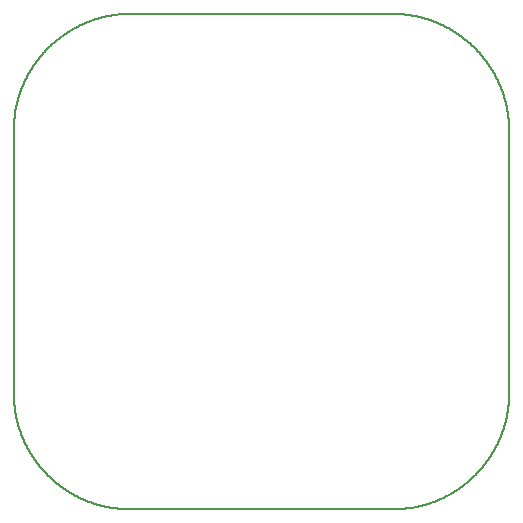
<source format=gm1>
G04 MADE WITH FRITZING*
G04 WWW.FRITZING.ORG*
G04 DOUBLE SIDED*
G04 HOLES PLATED*
G04 CONTOUR ON CENTER OF CONTOUR VECTOR*
%ASAXBY*%
%FSLAX23Y23*%
%MOIN*%
%OFA0B0*%
%SFA1.0B1.0*%
%ADD10C,0.008*%
%LNCONTOUR*%
G90*
G70*
G54D10*
X371Y1654D02*
X372Y1654D01*
X373Y1654D01*
X374Y1654D01*
X375Y1654D01*
X376Y1654D01*
X377Y1654D01*
X378Y1654D01*
X379Y1654D01*
X380Y1654D01*
X381Y1654D01*
X382Y1654D01*
X383Y1654D01*
X384Y1654D01*
X385Y1654D01*
X386Y1654D01*
X387Y1654D01*
X388Y1654D01*
X389Y1654D01*
X390Y1654D01*
X391Y1654D01*
X392Y1654D01*
X393Y1654D01*
X394Y1654D01*
X395Y1654D01*
X396Y1654D01*
X397Y1654D01*
X398Y1654D01*
X399Y1654D01*
X400Y1654D01*
X401Y1654D01*
X402Y1654D01*
X403Y1654D01*
X404Y1654D01*
X405Y1654D01*
X406Y1654D01*
X407Y1654D01*
X408Y1654D01*
X409Y1654D01*
X410Y1654D01*
X411Y1654D01*
X412Y1654D01*
X413Y1654D01*
X414Y1654D01*
X415Y1654D01*
X416Y1654D01*
X417Y1654D01*
X418Y1654D01*
X419Y1654D01*
X420Y1654D01*
X421Y1654D01*
X422Y1654D01*
X423Y1654D01*
X424Y1654D01*
X425Y1654D01*
X426Y1654D01*
X427Y1654D01*
X428Y1654D01*
X429Y1654D01*
X430Y1654D01*
X431Y1654D01*
X432Y1654D01*
X433Y1654D01*
X434Y1654D01*
X435Y1654D01*
X436Y1654D01*
X437Y1654D01*
X438Y1654D01*
X439Y1654D01*
X440Y1654D01*
X441Y1654D01*
X442Y1654D01*
X443Y1654D01*
X444Y1654D01*
X445Y1654D01*
X446Y1654D01*
X447Y1654D01*
X448Y1654D01*
X449Y1654D01*
X450Y1654D01*
X451Y1654D01*
X452Y1654D01*
X453Y1654D01*
X454Y1654D01*
X455Y1654D01*
X456Y1654D01*
X457Y1654D01*
X458Y1654D01*
X459Y1654D01*
X460Y1654D01*
X461Y1654D01*
X462Y1654D01*
X463Y1654D01*
X464Y1654D01*
X465Y1654D01*
X466Y1654D01*
X467Y1654D01*
X468Y1654D01*
X469Y1654D01*
X470Y1654D01*
X471Y1654D01*
X472Y1654D01*
X473Y1654D01*
X474Y1654D01*
X475Y1654D01*
X476Y1654D01*
X477Y1654D01*
X478Y1654D01*
X479Y1654D01*
X480Y1654D01*
X481Y1654D01*
X482Y1654D01*
X483Y1654D01*
X484Y1654D01*
X485Y1654D01*
X486Y1654D01*
X487Y1654D01*
X488Y1654D01*
X489Y1654D01*
X490Y1654D01*
X491Y1654D01*
X492Y1654D01*
X493Y1654D01*
X494Y1654D01*
X495Y1654D01*
X496Y1654D01*
X497Y1654D01*
X498Y1654D01*
X499Y1654D01*
X500Y1654D01*
X501Y1654D01*
X502Y1654D01*
X503Y1654D01*
X504Y1654D01*
X505Y1654D01*
X506Y1654D01*
X507Y1654D01*
X508Y1654D01*
X509Y1654D01*
X510Y1654D01*
X511Y1654D01*
X512Y1654D01*
X513Y1654D01*
X514Y1654D01*
X515Y1654D01*
X516Y1654D01*
X517Y1654D01*
X518Y1654D01*
X519Y1654D01*
X520Y1654D01*
X521Y1654D01*
X522Y1654D01*
X523Y1654D01*
X524Y1654D01*
X525Y1654D01*
X526Y1654D01*
X527Y1654D01*
X528Y1654D01*
X529Y1654D01*
X530Y1654D01*
X531Y1654D01*
X532Y1654D01*
X533Y1654D01*
X534Y1654D01*
X535Y1654D01*
X536Y1654D01*
X537Y1654D01*
X538Y1654D01*
X539Y1654D01*
X540Y1654D01*
X541Y1654D01*
X542Y1654D01*
X543Y1654D01*
X544Y1654D01*
X545Y1654D01*
X546Y1654D01*
X547Y1654D01*
X548Y1654D01*
X549Y1654D01*
X550Y1654D01*
X551Y1654D01*
X552Y1654D01*
X553Y1654D01*
X554Y1654D01*
X555Y1654D01*
X556Y1654D01*
X557Y1654D01*
X558Y1654D01*
X559Y1654D01*
X560Y1654D01*
X561Y1654D01*
X562Y1654D01*
X563Y1654D01*
X564Y1654D01*
X565Y1654D01*
X566Y1654D01*
X567Y1654D01*
X568Y1654D01*
X569Y1654D01*
X570Y1654D01*
X571Y1654D01*
X572Y1654D01*
X573Y1654D01*
X574Y1654D01*
X575Y1654D01*
X576Y1654D01*
X577Y1654D01*
X578Y1654D01*
X579Y1654D01*
X580Y1654D01*
X581Y1654D01*
X582Y1654D01*
X583Y1654D01*
X584Y1654D01*
X585Y1654D01*
X586Y1654D01*
X587Y1654D01*
X588Y1654D01*
X589Y1654D01*
X590Y1654D01*
X591Y1654D01*
X592Y1654D01*
X593Y1654D01*
X594Y1654D01*
X595Y1654D01*
X596Y1654D01*
X597Y1654D01*
X598Y1654D01*
X599Y1654D01*
X600Y1654D01*
X601Y1654D01*
X602Y1654D01*
X603Y1654D01*
X604Y1654D01*
X605Y1654D01*
X606Y1654D01*
X607Y1654D01*
X608Y1654D01*
X609Y1654D01*
X610Y1654D01*
X611Y1654D01*
X612Y1654D01*
X613Y1654D01*
X614Y1654D01*
X615Y1654D01*
X616Y1654D01*
X617Y1654D01*
X618Y1654D01*
X619Y1654D01*
X620Y1654D01*
X621Y1654D01*
X622Y1654D01*
X623Y1654D01*
X624Y1654D01*
X625Y1654D01*
X626Y1654D01*
X627Y1654D01*
X628Y1654D01*
X629Y1654D01*
X630Y1654D01*
X631Y1654D01*
X632Y1654D01*
X633Y1654D01*
X634Y1654D01*
X635Y1654D01*
X636Y1654D01*
X637Y1654D01*
X638Y1654D01*
X639Y1654D01*
X640Y1654D01*
X641Y1654D01*
X642Y1654D01*
X643Y1654D01*
X644Y1654D01*
X645Y1654D01*
X646Y1654D01*
X647Y1654D01*
X648Y1654D01*
X649Y1654D01*
X650Y1654D01*
X651Y1654D01*
X652Y1654D01*
X653Y1654D01*
X654Y1654D01*
X655Y1654D01*
X656Y1654D01*
X657Y1654D01*
X658Y1654D01*
X659Y1654D01*
X660Y1654D01*
X661Y1654D01*
X662Y1654D01*
X663Y1654D01*
X664Y1654D01*
X665Y1654D01*
X666Y1654D01*
X667Y1654D01*
X668Y1654D01*
X669Y1654D01*
X670Y1654D01*
X671Y1654D01*
X672Y1654D01*
X673Y1654D01*
X674Y1654D01*
X675Y1654D01*
X676Y1654D01*
X677Y1654D01*
X678Y1654D01*
X679Y1654D01*
X680Y1654D01*
X681Y1654D01*
X682Y1654D01*
X683Y1654D01*
X684Y1654D01*
X685Y1654D01*
X686Y1654D01*
X687Y1654D01*
X688Y1654D01*
X689Y1654D01*
X690Y1654D01*
X691Y1654D01*
X692Y1654D01*
X693Y1654D01*
X694Y1654D01*
X695Y1654D01*
X696Y1654D01*
X697Y1654D01*
X698Y1654D01*
X699Y1654D01*
X700Y1654D01*
X701Y1654D01*
X702Y1654D01*
X703Y1654D01*
X704Y1654D01*
X705Y1654D01*
X706Y1654D01*
X707Y1654D01*
X708Y1654D01*
X709Y1654D01*
X710Y1654D01*
X711Y1654D01*
X712Y1654D01*
X713Y1654D01*
X714Y1654D01*
X715Y1654D01*
X716Y1654D01*
X717Y1654D01*
X718Y1654D01*
X719Y1654D01*
X720Y1654D01*
X721Y1654D01*
X722Y1654D01*
X723Y1654D01*
X724Y1654D01*
X725Y1654D01*
X726Y1654D01*
X727Y1654D01*
X728Y1654D01*
X729Y1654D01*
X730Y1654D01*
X731Y1654D01*
X732Y1654D01*
X733Y1654D01*
X734Y1654D01*
X735Y1654D01*
X736Y1654D01*
X737Y1654D01*
X738Y1654D01*
X739Y1654D01*
X740Y1654D01*
X741Y1654D01*
X742Y1654D01*
X743Y1654D01*
X744Y1654D01*
X745Y1654D01*
X746Y1654D01*
X747Y1654D01*
X748Y1654D01*
X749Y1654D01*
X750Y1654D01*
X751Y1654D01*
X752Y1654D01*
X753Y1654D01*
X754Y1654D01*
X755Y1654D01*
X756Y1654D01*
X757Y1654D01*
X758Y1654D01*
X759Y1654D01*
X760Y1654D01*
X761Y1654D01*
X762Y1654D01*
X763Y1654D01*
X764Y1654D01*
X765Y1654D01*
X766Y1654D01*
X767Y1654D01*
X768Y1654D01*
X769Y1654D01*
X770Y1654D01*
X771Y1654D01*
X772Y1654D01*
X773Y1654D01*
X774Y1654D01*
X775Y1654D01*
X776Y1654D01*
X777Y1654D01*
X778Y1654D01*
X779Y1654D01*
X780Y1654D01*
X781Y1654D01*
X782Y1654D01*
X783Y1654D01*
X784Y1654D01*
X785Y1654D01*
X786Y1654D01*
X787Y1654D01*
X788Y1654D01*
X789Y1654D01*
X790Y1654D01*
X791Y1654D01*
X792Y1654D01*
X793Y1654D01*
X794Y1654D01*
X795Y1654D01*
X796Y1654D01*
X797Y1654D01*
X798Y1654D01*
X799Y1654D01*
X800Y1654D01*
X801Y1654D01*
X802Y1654D01*
X803Y1654D01*
X804Y1654D01*
X805Y1654D01*
X806Y1654D01*
X807Y1654D01*
X808Y1654D01*
X809Y1654D01*
X810Y1654D01*
X811Y1654D01*
X812Y1654D01*
X813Y1654D01*
X814Y1654D01*
X815Y1654D01*
X816Y1654D01*
X817Y1654D01*
X818Y1654D01*
X819Y1654D01*
X820Y1654D01*
X821Y1654D01*
X822Y1654D01*
X823Y1654D01*
X824Y1654D01*
X825Y1654D01*
X826Y1654D01*
X827Y1654D01*
X828Y1654D01*
X829Y1654D01*
X830Y1654D01*
X831Y1654D01*
X832Y1654D01*
X833Y1654D01*
X834Y1654D01*
X835Y1654D01*
X836Y1654D01*
X837Y1654D01*
X838Y1654D01*
X839Y1654D01*
X840Y1654D01*
X841Y1654D01*
X842Y1654D01*
X843Y1654D01*
X844Y1654D01*
X845Y1654D01*
X846Y1654D01*
X847Y1654D01*
X848Y1654D01*
X849Y1654D01*
X850Y1654D01*
X851Y1654D01*
X852Y1654D01*
X853Y1654D01*
X854Y1654D01*
X855Y1654D01*
X856Y1654D01*
X857Y1654D01*
X858Y1654D01*
X859Y1654D01*
X860Y1654D01*
X861Y1654D01*
X862Y1654D01*
X863Y1654D01*
X864Y1654D01*
X865Y1654D01*
X866Y1654D01*
X867Y1654D01*
X868Y1654D01*
X869Y1654D01*
X870Y1654D01*
X871Y1654D01*
X872Y1654D01*
X873Y1654D01*
X874Y1654D01*
X875Y1654D01*
X876Y1654D01*
X877Y1654D01*
X878Y1654D01*
X879Y1654D01*
X880Y1654D01*
X881Y1654D01*
X882Y1654D01*
X883Y1654D01*
X884Y1654D01*
X885Y1654D01*
X886Y1654D01*
X887Y1654D01*
X888Y1654D01*
X889Y1654D01*
X890Y1654D01*
X891Y1654D01*
X892Y1654D01*
X893Y1654D01*
X894Y1654D01*
X895Y1654D01*
X896Y1654D01*
X897Y1654D01*
X898Y1654D01*
X899Y1654D01*
X900Y1654D01*
X901Y1654D01*
X902Y1654D01*
X903Y1654D01*
X904Y1654D01*
X905Y1654D01*
X906Y1654D01*
X907Y1654D01*
X908Y1654D01*
X909Y1654D01*
X910Y1654D01*
X911Y1654D01*
X912Y1654D01*
X913Y1654D01*
X914Y1654D01*
X915Y1654D01*
X916Y1654D01*
X917Y1654D01*
X918Y1654D01*
X919Y1654D01*
X920Y1654D01*
X921Y1654D01*
X922Y1654D01*
X923Y1654D01*
X924Y1654D01*
X925Y1654D01*
X926Y1654D01*
X927Y1654D01*
X928Y1654D01*
X929Y1654D01*
X930Y1654D01*
X931Y1654D01*
X932Y1654D01*
X933Y1654D01*
X934Y1654D01*
X935Y1654D01*
X936Y1654D01*
X937Y1654D01*
X938Y1654D01*
X939Y1654D01*
X940Y1654D01*
X941Y1654D01*
X942Y1654D01*
X943Y1654D01*
X944Y1654D01*
X945Y1654D01*
X946Y1654D01*
X947Y1654D01*
X948Y1654D01*
X949Y1654D01*
X950Y1654D01*
X951Y1654D01*
X952Y1654D01*
X953Y1654D01*
X954Y1654D01*
X955Y1654D01*
X956Y1654D01*
X957Y1654D01*
X958Y1654D01*
X959Y1654D01*
X960Y1654D01*
X961Y1654D01*
X962Y1654D01*
X963Y1654D01*
X964Y1654D01*
X965Y1654D01*
X966Y1654D01*
X967Y1654D01*
X968Y1654D01*
X969Y1654D01*
X970Y1654D01*
X971Y1654D01*
X972Y1654D01*
X973Y1654D01*
X974Y1654D01*
X975Y1654D01*
X976Y1654D01*
X977Y1654D01*
X978Y1654D01*
X979Y1654D01*
X980Y1654D01*
X981Y1654D01*
X982Y1654D01*
X983Y1654D01*
X984Y1654D01*
X985Y1654D01*
X986Y1654D01*
X987Y1654D01*
X988Y1654D01*
X989Y1654D01*
X990Y1654D01*
X991Y1654D01*
X992Y1654D01*
X993Y1654D01*
X994Y1654D01*
X995Y1654D01*
X996Y1654D01*
X997Y1654D01*
X998Y1654D01*
X999Y1654D01*
X1000Y1654D01*
X1001Y1654D01*
X1002Y1654D01*
X1003Y1654D01*
X1004Y1654D01*
X1005Y1654D01*
X1006Y1654D01*
X1007Y1654D01*
X1008Y1654D01*
X1009Y1654D01*
X1010Y1654D01*
X1011Y1654D01*
X1012Y1654D01*
X1013Y1654D01*
X1014Y1654D01*
X1015Y1654D01*
X1016Y1654D01*
X1017Y1654D01*
X1018Y1654D01*
X1019Y1654D01*
X1020Y1654D01*
X1021Y1654D01*
X1022Y1654D01*
X1023Y1654D01*
X1024Y1654D01*
X1025Y1654D01*
X1026Y1654D01*
X1027Y1654D01*
X1028Y1654D01*
X1029Y1654D01*
X1030Y1654D01*
X1031Y1654D01*
X1032Y1654D01*
X1033Y1654D01*
X1034Y1654D01*
X1035Y1654D01*
X1036Y1654D01*
X1037Y1654D01*
X1038Y1654D01*
X1039Y1654D01*
X1040Y1654D01*
X1041Y1654D01*
X1042Y1654D01*
X1043Y1654D01*
X1044Y1654D01*
X1045Y1654D01*
X1046Y1654D01*
X1047Y1654D01*
X1048Y1654D01*
X1049Y1654D01*
X1050Y1654D01*
X1051Y1654D01*
X1052Y1654D01*
X1053Y1654D01*
X1054Y1654D01*
X1055Y1654D01*
X1056Y1654D01*
X1057Y1654D01*
X1058Y1654D01*
X1059Y1654D01*
X1060Y1654D01*
X1061Y1654D01*
X1062Y1654D01*
X1063Y1654D01*
X1064Y1654D01*
X1065Y1654D01*
X1066Y1654D01*
X1067Y1654D01*
X1068Y1654D01*
X1069Y1654D01*
X1070Y1654D01*
X1071Y1654D01*
X1072Y1654D01*
X1073Y1654D01*
X1074Y1654D01*
X1075Y1654D01*
X1076Y1654D01*
X1077Y1654D01*
X1078Y1654D01*
X1079Y1654D01*
X1080Y1654D01*
X1081Y1654D01*
X1082Y1654D01*
X1083Y1654D01*
X1084Y1654D01*
X1085Y1654D01*
X1086Y1654D01*
X1087Y1654D01*
X1088Y1654D01*
X1089Y1654D01*
X1090Y1654D01*
X1091Y1654D01*
X1092Y1654D01*
X1093Y1654D01*
X1094Y1654D01*
X1095Y1654D01*
X1096Y1654D01*
X1097Y1654D01*
X1098Y1654D01*
X1099Y1654D01*
X1100Y1654D01*
X1101Y1654D01*
X1102Y1654D01*
X1103Y1654D01*
X1104Y1654D01*
X1105Y1654D01*
X1106Y1654D01*
X1107Y1654D01*
X1108Y1654D01*
X1109Y1654D01*
X1110Y1654D01*
X1111Y1654D01*
X1112Y1654D01*
X1113Y1654D01*
X1114Y1654D01*
X1115Y1654D01*
X1116Y1654D01*
X1117Y1654D01*
X1118Y1654D01*
X1119Y1654D01*
X1120Y1654D01*
X1121Y1654D01*
X1122Y1654D01*
X1123Y1654D01*
X1124Y1654D01*
X1125Y1654D01*
X1126Y1654D01*
X1127Y1654D01*
X1128Y1654D01*
X1129Y1654D01*
X1130Y1654D01*
X1131Y1654D01*
X1132Y1654D01*
X1133Y1654D01*
X1134Y1654D01*
X1135Y1654D01*
X1136Y1654D01*
X1137Y1654D01*
X1138Y1654D01*
X1139Y1654D01*
X1140Y1654D01*
X1141Y1654D01*
X1142Y1654D01*
X1143Y1654D01*
X1144Y1654D01*
X1145Y1654D01*
X1146Y1654D01*
X1147Y1654D01*
X1148Y1654D01*
X1149Y1654D01*
X1150Y1654D01*
X1151Y1654D01*
X1152Y1654D01*
X1153Y1654D01*
X1154Y1654D01*
X1155Y1654D01*
X1156Y1654D01*
X1157Y1654D01*
X1158Y1654D01*
X1159Y1654D01*
X1160Y1654D01*
X1161Y1654D01*
X1162Y1654D01*
X1163Y1654D01*
X1164Y1654D01*
X1165Y1654D01*
X1166Y1654D01*
X1167Y1654D01*
X1168Y1654D01*
X1169Y1654D01*
X1170Y1654D01*
X1171Y1654D01*
X1172Y1654D01*
X1173Y1654D01*
X1174Y1654D01*
X1175Y1654D01*
X1176Y1654D01*
X1177Y1654D01*
X1178Y1654D01*
X1179Y1654D01*
X1180Y1654D01*
X1181Y1654D01*
X1182Y1654D01*
X1183Y1654D01*
X1184Y1654D01*
X1185Y1654D01*
X1186Y1654D01*
X1187Y1654D01*
X1188Y1654D01*
X1189Y1654D01*
X1190Y1654D01*
X1191Y1654D01*
X1192Y1654D01*
X1193Y1654D01*
X1194Y1654D01*
X1195Y1654D01*
X1196Y1654D01*
X1197Y1654D01*
X1198Y1654D01*
X1199Y1654D01*
X1200Y1654D01*
X1201Y1654D01*
X1202Y1654D01*
X1203Y1654D01*
X1204Y1654D01*
X1205Y1654D01*
X1206Y1654D01*
X1207Y1654D01*
X1208Y1654D01*
X1209Y1654D01*
X1210Y1654D01*
X1211Y1654D01*
X1212Y1654D01*
X1213Y1654D01*
X1214Y1654D01*
X1215Y1654D01*
X1216Y1654D01*
X1217Y1654D01*
X1218Y1654D01*
X1219Y1654D01*
X1220Y1654D01*
X1221Y1654D01*
X1222Y1654D01*
X1223Y1654D01*
X1224Y1654D01*
X1225Y1654D01*
X1226Y1654D01*
X1227Y1654D01*
X1228Y1654D01*
X1229Y1654D01*
X1230Y1654D01*
X1231Y1654D01*
X1232Y1654D01*
X1233Y1654D01*
X1234Y1654D01*
X1235Y1654D01*
X1236Y1654D01*
X1237Y1654D01*
X1238Y1654D01*
X1239Y1654D01*
X1240Y1654D01*
X1241Y1654D01*
X1242Y1654D01*
X1243Y1654D01*
X1244Y1654D01*
X1245Y1654D01*
X1246Y1654D01*
X1247Y1654D01*
X1248Y1654D01*
X1249Y1654D01*
X1250Y1654D01*
X1251Y1654D01*
X1252Y1654D01*
X1253Y1654D01*
X1254Y1654D01*
X1255Y1654D01*
X1256Y1654D01*
X1257Y1654D01*
X1258Y1654D01*
X1259Y1654D01*
X1260Y1654D01*
X1261Y1654D01*
X1262Y1654D01*
X1263Y1654D01*
X1264Y1654D01*
X1265Y1654D01*
X1266Y1654D01*
X1267Y1654D01*
X1268Y1654D01*
X1269Y1654D01*
X1270Y1654D01*
X1271Y1654D01*
X1272Y1654D01*
X1273Y1654D01*
X1274Y1654D01*
X1275Y1654D01*
X1276Y1654D01*
X1277Y1654D01*
X1278Y1654D01*
X1279Y1654D01*
X1280Y1654D01*
X1281Y1654D01*
X1282Y1653D01*
X1283Y1653D01*
X1284Y1653D01*
X1285Y1653D01*
X1286Y1653D01*
X1287Y1653D01*
X1288Y1653D01*
X1289Y1653D01*
X1290Y1653D01*
X1291Y1653D01*
X1292Y1653D01*
X1293Y1653D01*
X1294Y1653D01*
X1295Y1653D01*
X1296Y1652D01*
X1297Y1652D01*
X1298Y1652D01*
X1299Y1652D01*
X1300Y1652D01*
X1301Y1652D01*
X1302Y1652D01*
X1303Y1652D01*
X1304Y1652D01*
X1305Y1652D01*
X1306Y1651D01*
X1307Y1651D01*
X1308Y1651D01*
X1309Y1651D01*
X1310Y1651D01*
X1311Y1651D01*
X1312Y1651D01*
X1313Y1651D01*
X1314Y1651D01*
X1315Y1650D01*
X1316Y1650D01*
X1317Y1650D01*
X1318Y1650D01*
X1319Y1650D01*
X1320Y1650D01*
X1321Y1650D01*
X1322Y1649D01*
X1323Y1649D01*
X1324Y1649D01*
X1325Y1649D01*
X1326Y1649D01*
X1327Y1649D01*
X1328Y1648D01*
X1329Y1648D01*
X1330Y1648D01*
X1331Y1648D01*
X1332Y1648D01*
X1333Y1647D01*
X1334Y1647D01*
X1335Y1647D01*
X1336Y1647D01*
X1337Y1647D01*
X1338Y1647D01*
X1339Y1646D01*
X1340Y1646D01*
X1341Y1646D01*
X1342Y1646D01*
X1343Y1646D01*
X1344Y1645D01*
X1345Y1645D01*
X1346Y1645D01*
X1347Y1645D01*
X1348Y1644D01*
X1349Y1644D01*
X1350Y1644D01*
X1351Y1644D01*
X1352Y1643D01*
X1353Y1643D01*
X1354Y1643D01*
X1355Y1643D01*
X1356Y1643D01*
X1357Y1642D01*
X1358Y1642D01*
X1359Y1642D01*
X1360Y1642D01*
X1361Y1641D01*
X1362Y1641D01*
X1363Y1641D01*
X1364Y1640D01*
X1365Y1640D01*
X1366Y1640D01*
X1367Y1640D01*
X1368Y1639D01*
X1369Y1639D01*
X1370Y1639D01*
X1371Y1638D01*
X1372Y1638D01*
X1373Y1638D01*
X1374Y1638D01*
X1375Y1637D01*
X1376Y1637D01*
X1377Y1637D01*
X1378Y1636D01*
X1379Y1636D01*
X1380Y1636D01*
X1381Y1635D01*
X1382Y1635D01*
X1383Y1635D01*
X1384Y1634D01*
X1385Y1634D01*
X1386Y1634D01*
X1387Y1633D01*
X1388Y1633D01*
X1389Y1633D01*
X1390Y1632D01*
X1391Y1632D01*
X1392Y1632D01*
X1393Y1631D01*
X1394Y1631D01*
X1395Y1631D01*
X1396Y1630D01*
X1397Y1630D01*
X1398Y1630D01*
X1399Y1629D01*
X1400Y1629D01*
X1401Y1628D01*
X1402Y1628D01*
X1403Y1628D01*
X1404Y1627D01*
X1405Y1627D01*
X1406Y1626D01*
X1407Y1626D01*
X1408Y1626D01*
X1409Y1625D01*
X1410Y1625D01*
X1411Y1624D01*
X1412Y1624D01*
X1413Y1624D01*
X1414Y1623D01*
X1415Y1623D01*
X1416Y1622D01*
X1417Y1622D01*
X1418Y1621D01*
X1419Y1621D01*
X1420Y1620D01*
X1421Y1620D01*
X1422Y1620D01*
X1423Y1619D01*
X1424Y1619D01*
X1425Y1618D01*
X1426Y1618D01*
X1427Y1617D01*
X1428Y1617D01*
X1429Y1616D01*
X1430Y1616D01*
X1431Y1616D01*
X1432Y1615D01*
X1433Y1615D01*
X1434Y1614D01*
X1435Y1613D01*
X1436Y1613D01*
X1437Y1612D01*
X1438Y1612D01*
X1439Y1611D01*
X1440Y1611D01*
X1441Y1610D01*
X1442Y1610D01*
X1443Y1609D01*
X1444Y1609D01*
X1445Y1608D01*
X1446Y1608D01*
X1447Y1607D01*
X1448Y1607D01*
X1449Y1606D01*
X1450Y1606D01*
X1451Y1605D01*
X1452Y1605D01*
X1453Y1604D01*
X1454Y1603D01*
X1455Y1603D01*
X1456Y1602D01*
X1457Y1602D01*
X1458Y1601D01*
X1459Y1601D01*
X1460Y1600D01*
X1461Y1599D01*
X1462Y1599D01*
X1463Y1598D01*
X1464Y1598D01*
X1465Y1597D01*
X1466Y1596D01*
X1467Y1596D01*
X1468Y1595D01*
X1469Y1594D01*
X1470Y1594D01*
X1471Y1593D01*
X1472Y1593D01*
X1473Y1592D01*
X1474Y1591D01*
X1475Y1591D01*
X1476Y1590D01*
X1477Y1589D01*
X1478Y1589D01*
X1479Y1588D01*
X1480Y1587D01*
X1481Y1587D01*
X1482Y1586D01*
X1483Y1585D01*
X1484Y1585D01*
X1485Y1584D01*
X1486Y1583D01*
X1487Y1582D01*
X1488Y1582D01*
X1489Y1581D01*
X1490Y1580D01*
X1491Y1580D01*
X1492Y1579D01*
X1493Y1578D01*
X1494Y1578D01*
X1495Y1577D01*
X1496Y1576D01*
X1497Y1575D01*
X1498Y1575D01*
X1499Y1574D01*
X1500Y1573D01*
X1501Y1572D01*
X1502Y1571D01*
X1503Y1571D01*
X1504Y1570D01*
X1505Y1569D01*
X1506Y1568D01*
X1507Y1567D01*
X1508Y1567D01*
X1509Y1566D01*
X1510Y1565D01*
X1511Y1564D01*
X1512Y1563D01*
X1513Y1563D01*
X1514Y1562D01*
X1515Y1561D01*
X1516Y1560D01*
X1517Y1559D01*
X1518Y1558D01*
X1519Y1557D01*
X1520Y1556D01*
X1521Y1556D01*
X1522Y1555D01*
X1523Y1554D01*
X1524Y1553D01*
X1525Y1552D01*
X1526Y1551D01*
X1527Y1550D01*
X1528Y1549D01*
X1529Y1548D01*
X1530Y1547D01*
X1531Y1546D01*
X1532Y1545D01*
X1533Y1544D01*
X1534Y1544D01*
X1535Y1543D01*
X1536Y1542D01*
X1537Y1541D01*
X1538Y1540D01*
X1539Y1539D01*
X1540Y1538D01*
X1541Y1537D01*
X1542Y1536D01*
X1542Y1535D01*
X1543Y1534D01*
X1544Y1533D01*
X1545Y1532D01*
X1546Y1531D01*
X1547Y1530D01*
X1548Y1529D01*
X1549Y1528D01*
X1550Y1527D01*
X1551Y1526D01*
X1552Y1525D01*
X1553Y1524D01*
X1554Y1523D01*
X1554Y1522D01*
X1555Y1521D01*
X1556Y1520D01*
X1557Y1519D01*
X1558Y1518D01*
X1559Y1517D01*
X1560Y1516D01*
X1561Y1515D01*
X1561Y1514D01*
X1562Y1513D01*
X1563Y1512D01*
X1564Y1511D01*
X1565Y1510D01*
X1565Y1509D01*
X1566Y1508D01*
X1567Y1507D01*
X1568Y1506D01*
X1569Y1505D01*
X1569Y1504D01*
X1570Y1503D01*
X1571Y1502D01*
X1572Y1501D01*
X1573Y1500D01*
X1573Y1499D01*
X1574Y1498D01*
X1575Y1497D01*
X1576Y1496D01*
X1576Y1495D01*
X1577Y1494D01*
X1578Y1493D01*
X1578Y1492D01*
X1579Y1491D01*
X1580Y1490D01*
X1580Y1489D01*
X1581Y1488D01*
X1582Y1487D01*
X1583Y1486D01*
X1583Y1485D01*
X1584Y1484D01*
X1585Y1483D01*
X1585Y1482D01*
X1586Y1481D01*
X1587Y1480D01*
X1587Y1479D01*
X1588Y1478D01*
X1589Y1477D01*
X1589Y1476D01*
X1590Y1475D01*
X1591Y1474D01*
X1591Y1473D01*
X1592Y1472D01*
X1592Y1471D01*
X1593Y1470D01*
X1594Y1469D01*
X1594Y1468D01*
X1595Y1467D01*
X1596Y1466D01*
X1596Y1465D01*
X1597Y1464D01*
X1597Y1463D01*
X1598Y1462D01*
X1599Y1461D01*
X1599Y1460D01*
X1600Y1459D01*
X1600Y1458D01*
X1601Y1457D01*
X1601Y1456D01*
X1602Y1455D01*
X1603Y1454D01*
X1603Y1453D01*
X1604Y1452D01*
X1604Y1451D01*
X1605Y1450D01*
X1605Y1449D01*
X1606Y1448D01*
X1606Y1447D01*
X1607Y1446D01*
X1607Y1445D01*
X1608Y1444D01*
X1608Y1443D01*
X1609Y1442D01*
X1609Y1441D01*
X1610Y1440D01*
X1610Y1439D01*
X1611Y1438D01*
X1611Y1437D01*
X1612Y1436D01*
X1613Y1435D01*
X1613Y1434D01*
X1614Y1433D01*
X1614Y1431D01*
X1615Y1430D01*
X1615Y1429D01*
X1616Y1428D01*
X1616Y1427D01*
X1617Y1426D01*
X1617Y1425D01*
X1618Y1424D01*
X1618Y1422D01*
X1619Y1421D01*
X1619Y1420D01*
X1620Y1419D01*
X1620Y1418D01*
X1621Y1417D01*
X1621Y1416D01*
X1622Y1415D01*
X1622Y1413D01*
X1623Y1412D01*
X1623Y1411D01*
X1624Y1410D01*
X1624Y1408D01*
X1625Y1407D01*
X1625Y1406D01*
X1626Y1405D01*
X1626Y1403D01*
X1627Y1402D01*
X1627Y1401D01*
X1628Y1400D01*
X1628Y1398D01*
X1629Y1397D01*
X1629Y1395D01*
X1630Y1394D01*
X1630Y1392D01*
X1631Y1391D01*
X1631Y1389D01*
X1632Y1388D01*
X1632Y1386D01*
X1633Y1385D01*
X1633Y1383D01*
X1634Y1382D01*
X1634Y1380D01*
X1635Y1379D01*
X1635Y1377D01*
X1636Y1376D01*
X1636Y1373D01*
X1637Y1372D01*
X1637Y1370D01*
X1638Y1369D01*
X1638Y1366D01*
X1639Y1365D01*
X1639Y1363D01*
X1640Y1362D01*
X1640Y1359D01*
X1641Y1358D01*
X1641Y1354D01*
X1642Y1353D01*
X1642Y1350D01*
X1643Y1349D01*
X1643Y1346D01*
X1644Y1345D01*
X1644Y1341D01*
X1645Y1340D01*
X1645Y1335D01*
X1646Y1334D01*
X1646Y1330D01*
X1647Y1329D01*
X1647Y1324D01*
X1648Y1323D01*
X1648Y1317D01*
X1649Y1316D01*
X1649Y1308D01*
X1650Y1307D01*
X1650Y1298D01*
X1651Y1297D01*
X1651Y1284D01*
X1652Y1283D01*
X1652Y373D01*
X1651Y372D01*
X1651Y359D01*
X1650Y358D01*
X1650Y349D01*
X1649Y348D01*
X1649Y340D01*
X1648Y339D01*
X1648Y333D01*
X1647Y332D01*
X1647Y327D01*
X1646Y326D01*
X1646Y322D01*
X1645Y321D01*
X1645Y316D01*
X1644Y315D01*
X1644Y311D01*
X1643Y310D01*
X1643Y307D01*
X1642Y306D01*
X1642Y303D01*
X1641Y302D01*
X1641Y298D01*
X1640Y297D01*
X1640Y294D01*
X1639Y293D01*
X1639Y291D01*
X1638Y290D01*
X1638Y287D01*
X1637Y286D01*
X1637Y284D01*
X1636Y283D01*
X1636Y280D01*
X1635Y279D01*
X1635Y277D01*
X1634Y276D01*
X1634Y274D01*
X1633Y273D01*
X1633Y271D01*
X1632Y270D01*
X1632Y268D01*
X1631Y267D01*
X1631Y265D01*
X1630Y264D01*
X1630Y262D01*
X1629Y261D01*
X1629Y259D01*
X1628Y258D01*
X1628Y256D01*
X1627Y255D01*
X1627Y254D01*
X1626Y253D01*
X1626Y251D01*
X1625Y250D01*
X1625Y249D01*
X1624Y248D01*
X1624Y246D01*
X1623Y245D01*
X1623Y244D01*
X1622Y243D01*
X1622Y241D01*
X1621Y240D01*
X1621Y239D01*
X1620Y238D01*
X1620Y237D01*
X1619Y236D01*
X1619Y235D01*
X1618Y234D01*
X1618Y232D01*
X1617Y231D01*
X1617Y230D01*
X1616Y229D01*
X1616Y228D01*
X1615Y227D01*
X1615Y226D01*
X1614Y225D01*
X1614Y223D01*
X1613Y222D01*
X1613Y221D01*
X1612Y220D01*
X1611Y219D01*
X1611Y218D01*
X1610Y217D01*
X1610Y216D01*
X1609Y215D01*
X1609Y214D01*
X1608Y213D01*
X1608Y212D01*
X1607Y211D01*
X1607Y210D01*
X1606Y209D01*
X1606Y208D01*
X1605Y207D01*
X1605Y206D01*
X1604Y205D01*
X1604Y204D01*
X1603Y203D01*
X1603Y202D01*
X1602Y201D01*
X1601Y200D01*
X1601Y199D01*
X1600Y198D01*
X1600Y197D01*
X1599Y196D01*
X1599Y195D01*
X1598Y194D01*
X1597Y193D01*
X1597Y192D01*
X1596Y191D01*
X1596Y190D01*
X1595Y189D01*
X1594Y188D01*
X1594Y187D01*
X1593Y186D01*
X1592Y185D01*
X1592Y184D01*
X1591Y183D01*
X1591Y182D01*
X1590Y181D01*
X1589Y180D01*
X1589Y179D01*
X1588Y178D01*
X1587Y177D01*
X1587Y176D01*
X1586Y175D01*
X1585Y174D01*
X1585Y173D01*
X1584Y172D01*
X1583Y171D01*
X1583Y170D01*
X1582Y169D01*
X1581Y168D01*
X1580Y167D01*
X1580Y166D01*
X1579Y165D01*
X1578Y164D01*
X1578Y163D01*
X1577Y162D01*
X1576Y161D01*
X1576Y160D01*
X1575Y159D01*
X1574Y158D01*
X1573Y157D01*
X1573Y156D01*
X1572Y155D01*
X1571Y154D01*
X1570Y153D01*
X1569Y152D01*
X1569Y151D01*
X1568Y150D01*
X1567Y149D01*
X1566Y148D01*
X1565Y147D01*
X1565Y146D01*
X1564Y145D01*
X1563Y144D01*
X1562Y143D01*
X1561Y142D01*
X1561Y141D01*
X1560Y140D01*
X1559Y139D01*
X1558Y138D01*
X1557Y137D01*
X1556Y136D01*
X1555Y135D01*
X1554Y134D01*
X1554Y133D01*
X1553Y132D01*
X1552Y131D01*
X1551Y130D01*
X1550Y129D01*
X1549Y128D01*
X1548Y127D01*
X1547Y126D01*
X1546Y125D01*
X1545Y124D01*
X1544Y123D01*
X1543Y122D01*
X1542Y121D01*
X1542Y120D01*
X1541Y119D01*
X1540Y118D01*
X1539Y117D01*
X1538Y116D01*
X1537Y115D01*
X1536Y114D01*
X1535Y113D01*
X1534Y112D01*
X1533Y112D01*
X1532Y111D01*
X1531Y110D01*
X1530Y109D01*
X1529Y108D01*
X1528Y107D01*
X1527Y106D01*
X1526Y105D01*
X1525Y104D01*
X1524Y103D01*
X1523Y102D01*
X1522Y101D01*
X1521Y100D01*
X1520Y100D01*
X1519Y99D01*
X1518Y98D01*
X1517Y97D01*
X1516Y96D01*
X1515Y95D01*
X1514Y94D01*
X1513Y93D01*
X1512Y93D01*
X1511Y92D01*
X1510Y91D01*
X1509Y90D01*
X1508Y89D01*
X1507Y89D01*
X1506Y88D01*
X1505Y87D01*
X1504Y86D01*
X1503Y85D01*
X1502Y85D01*
X1501Y84D01*
X1500Y83D01*
X1499Y82D01*
X1498Y81D01*
X1497Y81D01*
X1496Y80D01*
X1495Y79D01*
X1494Y78D01*
X1493Y78D01*
X1492Y77D01*
X1491Y76D01*
X1490Y76D01*
X1489Y75D01*
X1488Y74D01*
X1487Y74D01*
X1486Y73D01*
X1485Y72D01*
X1484Y71D01*
X1483Y71D01*
X1482Y70D01*
X1481Y69D01*
X1480Y69D01*
X1479Y68D01*
X1478Y67D01*
X1477Y67D01*
X1476Y66D01*
X1475Y65D01*
X1474Y65D01*
X1473Y64D01*
X1472Y63D01*
X1471Y63D01*
X1470Y62D01*
X1469Y62D01*
X1468Y61D01*
X1467Y60D01*
X1466Y60D01*
X1465Y59D01*
X1464Y58D01*
X1463Y58D01*
X1462Y57D01*
X1461Y57D01*
X1460Y56D01*
X1459Y55D01*
X1458Y55D01*
X1457Y54D01*
X1456Y54D01*
X1455Y53D01*
X1454Y53D01*
X1453Y52D01*
X1452Y51D01*
X1451Y51D01*
X1450Y50D01*
X1449Y50D01*
X1448Y49D01*
X1447Y49D01*
X1446Y48D01*
X1445Y48D01*
X1444Y47D01*
X1443Y47D01*
X1442Y46D01*
X1441Y46D01*
X1440Y45D01*
X1439Y45D01*
X1438Y44D01*
X1437Y44D01*
X1436Y43D01*
X1435Y43D01*
X1434Y42D01*
X1433Y41D01*
X1432Y41D01*
X1431Y40D01*
X1430Y40D01*
X1429Y40D01*
X1428Y39D01*
X1427Y39D01*
X1426Y38D01*
X1425Y38D01*
X1424Y37D01*
X1423Y37D01*
X1422Y36D01*
X1421Y36D01*
X1420Y36D01*
X1419Y35D01*
X1418Y35D01*
X1417Y34D01*
X1416Y34D01*
X1415Y33D01*
X1414Y33D01*
X1413Y32D01*
X1412Y32D01*
X1411Y32D01*
X1410Y31D01*
X1409Y31D01*
X1408Y30D01*
X1407Y30D01*
X1406Y30D01*
X1405Y29D01*
X1404Y29D01*
X1403Y28D01*
X1402Y28D01*
X1401Y28D01*
X1400Y27D01*
X1399Y27D01*
X1398Y26D01*
X1397Y26D01*
X1396Y26D01*
X1395Y25D01*
X1394Y25D01*
X1393Y25D01*
X1392Y24D01*
X1391Y24D01*
X1390Y24D01*
X1389Y23D01*
X1388Y23D01*
X1387Y23D01*
X1386Y22D01*
X1385Y22D01*
X1384Y22D01*
X1383Y21D01*
X1382Y21D01*
X1381Y21D01*
X1380Y20D01*
X1379Y20D01*
X1378Y20D01*
X1377Y19D01*
X1376Y19D01*
X1375Y19D01*
X1374Y18D01*
X1373Y18D01*
X1372Y18D01*
X1371Y18D01*
X1370Y17D01*
X1369Y17D01*
X1368Y17D01*
X1367Y16D01*
X1366Y16D01*
X1365Y16D01*
X1364Y16D01*
X1363Y15D01*
X1362Y15D01*
X1361Y15D01*
X1360Y14D01*
X1359Y14D01*
X1358Y14D01*
X1357Y14D01*
X1356Y13D01*
X1355Y13D01*
X1354Y13D01*
X1353Y13D01*
X1352Y13D01*
X1351Y12D01*
X1350Y12D01*
X1349Y12D01*
X1348Y12D01*
X1347Y11D01*
X1346Y11D01*
X1345Y11D01*
X1344Y11D01*
X1343Y10D01*
X1342Y10D01*
X1341Y10D01*
X1340Y10D01*
X1339Y10D01*
X1338Y9D01*
X1337Y9D01*
X1336Y9D01*
X1335Y9D01*
X1334Y9D01*
X1333Y9D01*
X1332Y8D01*
X1331Y8D01*
X1330Y8D01*
X1329Y8D01*
X1328Y8D01*
X1327Y7D01*
X1326Y7D01*
X1325Y7D01*
X1324Y7D01*
X1323Y7D01*
X1322Y7D01*
X1321Y6D01*
X1320Y6D01*
X1319Y6D01*
X1318Y6D01*
X1317Y6D01*
X1316Y6D01*
X1315Y6D01*
X1314Y5D01*
X1313Y5D01*
X1312Y5D01*
X1311Y5D01*
X1310Y5D01*
X1309Y5D01*
X1308Y5D01*
X1307Y5D01*
X1306Y5D01*
X1305Y4D01*
X1304Y4D01*
X1303Y4D01*
X1302Y4D01*
X1301Y4D01*
X1300Y4D01*
X1299Y4D01*
X1298Y4D01*
X1297Y4D01*
X1296Y4D01*
X1295Y3D01*
X1294Y3D01*
X1293Y3D01*
X1292Y3D01*
X1291Y3D01*
X1290Y3D01*
X1289Y3D01*
X1288Y3D01*
X1287Y3D01*
X1286Y3D01*
X1285Y3D01*
X1284Y3D01*
X1283Y3D01*
X1282Y3D01*
X1281Y2D01*
X1280Y2D01*
X1279Y2D01*
X1278Y2D01*
X1277Y2D01*
X1276Y2D01*
X1275Y2D01*
X1274Y2D01*
X1273Y2D01*
X1272Y2D01*
X1271Y2D01*
X1270Y2D01*
X1269Y2D01*
X1268Y2D01*
X1267Y2D01*
X1266Y2D01*
X1265Y2D01*
X1264Y2D01*
X1263Y2D01*
X1262Y2D01*
X1261Y2D01*
X1260Y2D01*
X1259Y2D01*
X1258Y2D01*
X1257Y2D01*
X1256Y2D01*
X1255Y2D01*
X1254Y2D01*
X1253Y2D01*
X1252Y2D01*
X1251Y2D01*
X1250Y2D01*
X1249Y2D01*
X1248Y2D01*
X1247Y2D01*
X1246Y2D01*
X1245Y2D01*
X1244Y2D01*
X1243Y2D01*
X1242Y2D01*
X1241Y2D01*
X1240Y2D01*
X1239Y2D01*
X1238Y2D01*
X1237Y2D01*
X1236Y2D01*
X1235Y2D01*
X1234Y2D01*
X1233Y2D01*
X1232Y2D01*
X1231Y2D01*
X1230Y2D01*
X1229Y2D01*
X1228Y2D01*
X1227Y2D01*
X1226Y2D01*
X1225Y2D01*
X1224Y2D01*
X1223Y2D01*
X1222Y2D01*
X1221Y2D01*
X1220Y2D01*
X1219Y2D01*
X1218Y2D01*
X1217Y2D01*
X1216Y2D01*
X1215Y2D01*
X1214Y2D01*
X1213Y2D01*
X1212Y2D01*
X1211Y2D01*
X1210Y2D01*
X1209Y2D01*
X1208Y2D01*
X1207Y2D01*
X1206Y2D01*
X1205Y2D01*
X1204Y2D01*
X1203Y2D01*
X1202Y2D01*
X1201Y2D01*
X1200Y2D01*
X1199Y2D01*
X1198Y2D01*
X1197Y2D01*
X1196Y2D01*
X1195Y2D01*
X1194Y2D01*
X1193Y2D01*
X1192Y2D01*
X1191Y2D01*
X1190Y2D01*
X1189Y2D01*
X1188Y2D01*
X1187Y2D01*
X1186Y2D01*
X1185Y2D01*
X1184Y2D01*
X1183Y2D01*
X1182Y2D01*
X1181Y2D01*
X1180Y2D01*
X1179Y2D01*
X1178Y2D01*
X1177Y2D01*
X1176Y2D01*
X1175Y2D01*
X1174Y2D01*
X1173Y2D01*
X1172Y2D01*
X1171Y2D01*
X1170Y2D01*
X1169Y2D01*
X1168Y2D01*
X1167Y2D01*
X1166Y2D01*
X1165Y2D01*
X1164Y2D01*
X1163Y2D01*
X1162Y2D01*
X1161Y2D01*
X1160Y2D01*
X1159Y2D01*
X1158Y2D01*
X1157Y2D01*
X1156Y2D01*
X1155Y2D01*
X1154Y2D01*
X1153Y2D01*
X1152Y2D01*
X1151Y2D01*
X1150Y2D01*
X1149Y2D01*
X1148Y2D01*
X1147Y2D01*
X1146Y2D01*
X1145Y2D01*
X1144Y2D01*
X1143Y2D01*
X1142Y2D01*
X1141Y2D01*
X1140Y2D01*
X1139Y2D01*
X1138Y2D01*
X1137Y2D01*
X1136Y2D01*
X1135Y2D01*
X1134Y2D01*
X1133Y2D01*
X1132Y2D01*
X1131Y2D01*
X1130Y2D01*
X1129Y2D01*
X1128Y2D01*
X1127Y2D01*
X1126Y2D01*
X1125Y2D01*
X1124Y2D01*
X1123Y2D01*
X1122Y2D01*
X1121Y2D01*
X1120Y2D01*
X1119Y2D01*
X1118Y2D01*
X1117Y2D01*
X1116Y2D01*
X1115Y2D01*
X1114Y2D01*
X1113Y2D01*
X1112Y2D01*
X1111Y2D01*
X1110Y2D01*
X1109Y2D01*
X1108Y2D01*
X1107Y2D01*
X1106Y2D01*
X1105Y2D01*
X1104Y2D01*
X1103Y2D01*
X1102Y2D01*
X1101Y2D01*
X1100Y2D01*
X1099Y2D01*
X1098Y2D01*
X1097Y2D01*
X1096Y2D01*
X1095Y2D01*
X1094Y2D01*
X1093Y2D01*
X1092Y2D01*
X1091Y2D01*
X1090Y2D01*
X1089Y2D01*
X1088Y2D01*
X1087Y2D01*
X1086Y2D01*
X1085Y2D01*
X1084Y2D01*
X1083Y2D01*
X1082Y2D01*
X1081Y2D01*
X1080Y2D01*
X1079Y2D01*
X1078Y2D01*
X1077Y2D01*
X1076Y2D01*
X1075Y2D01*
X1074Y2D01*
X1073Y2D01*
X1072Y2D01*
X1071Y2D01*
X1070Y2D01*
X1069Y2D01*
X1068Y2D01*
X1067Y2D01*
X1066Y2D01*
X1065Y2D01*
X1064Y2D01*
X1063Y2D01*
X1062Y2D01*
X1061Y2D01*
X1060Y2D01*
X1059Y2D01*
X1058Y2D01*
X1057Y2D01*
X1056Y2D01*
X1055Y2D01*
X1054Y2D01*
X1053Y2D01*
X1052Y2D01*
X1051Y2D01*
X1050Y2D01*
X1049Y2D01*
X1048Y2D01*
X1047Y2D01*
X1046Y2D01*
X1045Y2D01*
X1044Y2D01*
X1043Y2D01*
X1042Y2D01*
X1041Y2D01*
X1040Y2D01*
X1039Y2D01*
X1038Y2D01*
X1037Y2D01*
X1036Y2D01*
X1035Y2D01*
X1034Y2D01*
X1033Y2D01*
X1032Y2D01*
X1031Y2D01*
X1030Y2D01*
X1029Y2D01*
X1028Y2D01*
X1027Y2D01*
X1026Y2D01*
X1025Y2D01*
X1024Y2D01*
X1023Y2D01*
X1022Y2D01*
X1021Y2D01*
X1020Y2D01*
X1019Y2D01*
X1018Y2D01*
X1017Y2D01*
X1016Y2D01*
X1015Y2D01*
X1014Y2D01*
X1013Y2D01*
X1012Y2D01*
X1011Y2D01*
X1010Y2D01*
X1009Y2D01*
X1008Y2D01*
X1007Y2D01*
X1006Y2D01*
X1005Y2D01*
X1004Y2D01*
X1003Y2D01*
X1002Y2D01*
X1001Y2D01*
X1000Y2D01*
X999Y2D01*
X998Y2D01*
X997Y2D01*
X996Y2D01*
X995Y2D01*
X994Y2D01*
X993Y2D01*
X992Y2D01*
X991Y2D01*
X990Y2D01*
X989Y2D01*
X988Y2D01*
X987Y2D01*
X986Y2D01*
X985Y2D01*
X984Y2D01*
X983Y2D01*
X982Y2D01*
X981Y2D01*
X980Y2D01*
X979Y2D01*
X978Y2D01*
X977Y2D01*
X976Y2D01*
X975Y2D01*
X974Y2D01*
X973Y2D01*
X972Y2D01*
X971Y2D01*
X970Y2D01*
X969Y2D01*
X968Y2D01*
X967Y2D01*
X966Y2D01*
X965Y2D01*
X964Y2D01*
X963Y2D01*
X962Y2D01*
X961Y2D01*
X960Y2D01*
X959Y2D01*
X958Y2D01*
X957Y2D01*
X956Y2D01*
X955Y2D01*
X954Y2D01*
X953Y2D01*
X952Y2D01*
X951Y2D01*
X950Y2D01*
X949Y2D01*
X948Y2D01*
X947Y2D01*
X946Y2D01*
X945Y2D01*
X944Y2D01*
X943Y2D01*
X942Y2D01*
X941Y2D01*
X940Y2D01*
X939Y2D01*
X938Y2D01*
X937Y2D01*
X936Y2D01*
X935Y2D01*
X934Y2D01*
X933Y2D01*
X932Y2D01*
X931Y2D01*
X930Y2D01*
X929Y2D01*
X928Y2D01*
X927Y2D01*
X926Y2D01*
X925Y2D01*
X924Y2D01*
X923Y2D01*
X922Y2D01*
X921Y2D01*
X920Y2D01*
X919Y2D01*
X918Y2D01*
X917Y2D01*
X916Y2D01*
X915Y2D01*
X914Y2D01*
X913Y2D01*
X912Y2D01*
X911Y2D01*
X910Y2D01*
X909Y2D01*
X908Y2D01*
X907Y2D01*
X906Y2D01*
X905Y2D01*
X904Y2D01*
X903Y2D01*
X902Y2D01*
X901Y2D01*
X900Y2D01*
X899Y2D01*
X898Y2D01*
X897Y2D01*
X896Y2D01*
X895Y2D01*
X894Y2D01*
X893Y2D01*
X892Y2D01*
X891Y2D01*
X890Y2D01*
X889Y2D01*
X888Y2D01*
X887Y2D01*
X886Y2D01*
X885Y2D01*
X884Y2D01*
X883Y2D01*
X882Y2D01*
X881Y2D01*
X880Y2D01*
X879Y2D01*
X878Y2D01*
X877Y2D01*
X876Y2D01*
X875Y2D01*
X874Y2D01*
X873Y2D01*
X872Y2D01*
X871Y2D01*
X870Y2D01*
X869Y2D01*
X868Y2D01*
X867Y2D01*
X866Y2D01*
X865Y2D01*
X864Y2D01*
X863Y2D01*
X862Y2D01*
X861Y2D01*
X860Y2D01*
X859Y2D01*
X858Y2D01*
X857Y2D01*
X856Y2D01*
X855Y2D01*
X854Y2D01*
X853Y2D01*
X852Y2D01*
X851Y2D01*
X850Y2D01*
X849Y2D01*
X848Y2D01*
X847Y2D01*
X846Y2D01*
X845Y2D01*
X844Y2D01*
X843Y2D01*
X842Y2D01*
X841Y2D01*
X840Y2D01*
X839Y2D01*
X838Y2D01*
X837Y2D01*
X836Y2D01*
X835Y2D01*
X834Y2D01*
X833Y2D01*
X832Y2D01*
X831Y2D01*
X830Y2D01*
X829Y2D01*
X828Y2D01*
X827Y2D01*
X826Y2D01*
X825Y2D01*
X824Y2D01*
X823Y2D01*
X822Y2D01*
X821Y2D01*
X820Y2D01*
X819Y2D01*
X818Y2D01*
X817Y2D01*
X816Y2D01*
X815Y2D01*
X814Y2D01*
X813Y2D01*
X812Y2D01*
X811Y2D01*
X810Y2D01*
X809Y2D01*
X808Y2D01*
X807Y2D01*
X806Y2D01*
X805Y2D01*
X804Y2D01*
X803Y2D01*
X802Y2D01*
X801Y2D01*
X800Y2D01*
X799Y2D01*
X798Y2D01*
X797Y2D01*
X796Y2D01*
X795Y2D01*
X794Y2D01*
X793Y2D01*
X792Y2D01*
X791Y2D01*
X790Y2D01*
X789Y2D01*
X788Y2D01*
X787Y2D01*
X786Y2D01*
X785Y2D01*
X784Y2D01*
X783Y2D01*
X782Y2D01*
X781Y2D01*
X780Y2D01*
X779Y2D01*
X778Y2D01*
X777Y2D01*
X776Y2D01*
X775Y2D01*
X774Y2D01*
X773Y2D01*
X772Y2D01*
X771Y2D01*
X770Y2D01*
X769Y2D01*
X768Y2D01*
X767Y2D01*
X766Y2D01*
X765Y2D01*
X764Y2D01*
X763Y2D01*
X762Y2D01*
X761Y2D01*
X760Y2D01*
X759Y2D01*
X758Y2D01*
X757Y2D01*
X756Y2D01*
X755Y2D01*
X754Y2D01*
X753Y2D01*
X752Y2D01*
X751Y2D01*
X750Y2D01*
X749Y2D01*
X748Y2D01*
X747Y2D01*
X746Y2D01*
X745Y2D01*
X744Y2D01*
X743Y2D01*
X742Y2D01*
X741Y2D01*
X740Y2D01*
X739Y2D01*
X738Y2D01*
X737Y2D01*
X736Y2D01*
X735Y2D01*
X734Y2D01*
X733Y2D01*
X732Y2D01*
X731Y2D01*
X730Y2D01*
X729Y2D01*
X728Y2D01*
X727Y2D01*
X726Y2D01*
X725Y2D01*
X724Y2D01*
X723Y2D01*
X722Y2D01*
X721Y2D01*
X720Y2D01*
X719Y2D01*
X718Y2D01*
X717Y2D01*
X716Y2D01*
X715Y2D01*
X714Y2D01*
X713Y2D01*
X712Y2D01*
X711Y2D01*
X710Y2D01*
X709Y2D01*
X708Y2D01*
X707Y2D01*
X706Y2D01*
X705Y2D01*
X704Y2D01*
X703Y2D01*
X702Y2D01*
X701Y2D01*
X700Y2D01*
X699Y2D01*
X698Y2D01*
X697Y2D01*
X696Y2D01*
X695Y2D01*
X694Y2D01*
X693Y2D01*
X692Y2D01*
X691Y2D01*
X690Y2D01*
X689Y2D01*
X688Y2D01*
X687Y2D01*
X686Y2D01*
X685Y2D01*
X684Y2D01*
X683Y2D01*
X682Y2D01*
X681Y2D01*
X680Y2D01*
X679Y2D01*
X678Y2D01*
X677Y2D01*
X676Y2D01*
X675Y2D01*
X674Y2D01*
X673Y2D01*
X672Y2D01*
X671Y2D01*
X670Y2D01*
X669Y2D01*
X668Y2D01*
X667Y2D01*
X666Y2D01*
X665Y2D01*
X664Y2D01*
X663Y2D01*
X662Y2D01*
X661Y2D01*
X660Y2D01*
X659Y2D01*
X658Y2D01*
X657Y2D01*
X656Y2D01*
X655Y2D01*
X654Y2D01*
X653Y2D01*
X652Y2D01*
X651Y2D01*
X650Y2D01*
X649Y2D01*
X648Y2D01*
X647Y2D01*
X646Y2D01*
X645Y2D01*
X644Y2D01*
X643Y2D01*
X642Y2D01*
X641Y2D01*
X640Y2D01*
X639Y2D01*
X638Y2D01*
X637Y2D01*
X636Y2D01*
X635Y2D01*
X634Y2D01*
X633Y2D01*
X632Y2D01*
X631Y2D01*
X630Y2D01*
X629Y2D01*
X628Y2D01*
X627Y2D01*
X626Y2D01*
X625Y2D01*
X624Y2D01*
X623Y2D01*
X622Y2D01*
X621Y2D01*
X620Y2D01*
X619Y2D01*
X618Y2D01*
X617Y2D01*
X616Y2D01*
X615Y2D01*
X614Y2D01*
X613Y2D01*
X612Y2D01*
X611Y2D01*
X610Y2D01*
X609Y2D01*
X608Y2D01*
X607Y2D01*
X606Y2D01*
X605Y2D01*
X604Y2D01*
X603Y2D01*
X602Y2D01*
X601Y2D01*
X600Y2D01*
X599Y2D01*
X598Y2D01*
X597Y2D01*
X596Y2D01*
X595Y2D01*
X594Y2D01*
X593Y2D01*
X592Y2D01*
X591Y2D01*
X590Y2D01*
X589Y2D01*
X588Y2D01*
X587Y2D01*
X586Y2D01*
X585Y2D01*
X584Y2D01*
X583Y2D01*
X582Y2D01*
X581Y2D01*
X580Y2D01*
X579Y2D01*
X578Y2D01*
X577Y2D01*
X576Y2D01*
X575Y2D01*
X574Y2D01*
X573Y2D01*
X572Y2D01*
X571Y2D01*
X570Y2D01*
X569Y2D01*
X568Y2D01*
X567Y2D01*
X566Y2D01*
X565Y2D01*
X564Y2D01*
X563Y2D01*
X562Y2D01*
X561Y2D01*
X560Y2D01*
X559Y2D01*
X558Y2D01*
X557Y2D01*
X556Y2D01*
X555Y2D01*
X554Y2D01*
X553Y2D01*
X552Y2D01*
X551Y2D01*
X550Y2D01*
X549Y2D01*
X548Y2D01*
X547Y2D01*
X546Y2D01*
X545Y2D01*
X544Y2D01*
X543Y2D01*
X542Y2D01*
X541Y2D01*
X540Y2D01*
X539Y2D01*
X538Y2D01*
X537Y2D01*
X536Y2D01*
X535Y2D01*
X534Y2D01*
X533Y2D01*
X532Y2D01*
X531Y2D01*
X530Y2D01*
X529Y2D01*
X528Y2D01*
X527Y2D01*
X526Y2D01*
X525Y2D01*
X524Y2D01*
X523Y2D01*
X522Y2D01*
X521Y2D01*
X520Y2D01*
X519Y2D01*
X518Y2D01*
X517Y2D01*
X516Y2D01*
X515Y2D01*
X514Y2D01*
X513Y2D01*
X512Y2D01*
X511Y2D01*
X510Y2D01*
X509Y2D01*
X508Y2D01*
X507Y2D01*
X506Y2D01*
X505Y2D01*
X504Y2D01*
X503Y2D01*
X502Y2D01*
X501Y2D01*
X500Y2D01*
X499Y2D01*
X498Y2D01*
X497Y2D01*
X496Y2D01*
X495Y2D01*
X494Y2D01*
X493Y2D01*
X492Y2D01*
X491Y2D01*
X490Y2D01*
X489Y2D01*
X488Y2D01*
X487Y2D01*
X486Y2D01*
X485Y2D01*
X484Y2D01*
X483Y2D01*
X482Y2D01*
X481Y2D01*
X480Y2D01*
X479Y2D01*
X478Y2D01*
X477Y2D01*
X476Y2D01*
X475Y2D01*
X474Y2D01*
X473Y2D01*
X472Y2D01*
X471Y2D01*
X470Y2D01*
X469Y2D01*
X468Y2D01*
X467Y2D01*
X466Y2D01*
X465Y2D01*
X464Y2D01*
X463Y2D01*
X462Y2D01*
X461Y2D01*
X460Y2D01*
X459Y2D01*
X458Y2D01*
X457Y2D01*
X456Y2D01*
X455Y2D01*
X454Y2D01*
X453Y2D01*
X452Y2D01*
X451Y2D01*
X450Y2D01*
X449Y2D01*
X448Y2D01*
X447Y2D01*
X446Y2D01*
X445Y2D01*
X444Y2D01*
X443Y2D01*
X442Y2D01*
X441Y2D01*
X440Y2D01*
X439Y2D01*
X438Y2D01*
X437Y2D01*
X436Y2D01*
X435Y2D01*
X434Y2D01*
X433Y2D01*
X432Y2D01*
X431Y2D01*
X430Y2D01*
X429Y2D01*
X428Y2D01*
X427Y2D01*
X426Y2D01*
X425Y2D01*
X424Y2D01*
X423Y2D01*
X422Y2D01*
X421Y2D01*
X420Y2D01*
X419Y2D01*
X418Y2D01*
X417Y2D01*
X416Y2D01*
X415Y2D01*
X414Y2D01*
X413Y2D01*
X412Y2D01*
X411Y2D01*
X410Y2D01*
X409Y2D01*
X408Y2D01*
X407Y2D01*
X406Y2D01*
X405Y2D01*
X404Y2D01*
X403Y2D01*
X402Y2D01*
X401Y2D01*
X400Y2D01*
X399Y2D01*
X398Y2D01*
X397Y2D01*
X396Y2D01*
X395Y2D01*
X394Y2D01*
X393Y2D01*
X392Y2D01*
X391Y2D01*
X390Y2D01*
X389Y2D01*
X388Y2D01*
X387Y2D01*
X386Y2D01*
X385Y2D01*
X384Y2D01*
X383Y2D01*
X382Y2D01*
X381Y2D01*
X380Y2D01*
X379Y2D01*
X378Y2D01*
X377Y2D01*
X376Y2D01*
X375Y2D01*
X374Y2D01*
X373Y2D01*
X372Y2D01*
X371Y2D01*
X370Y3D01*
X369Y3D01*
X368Y3D01*
X367Y3D01*
X366Y3D01*
X365Y3D01*
X364Y3D01*
X363Y3D01*
X362Y3D01*
X361Y3D01*
X360Y3D01*
X359Y3D01*
X358Y3D01*
X357Y3D01*
X356Y4D01*
X355Y4D01*
X354Y4D01*
X353Y4D01*
X352Y4D01*
X351Y4D01*
X350Y4D01*
X349Y4D01*
X348Y4D01*
X347Y4D01*
X346Y5D01*
X345Y5D01*
X344Y5D01*
X343Y5D01*
X342Y5D01*
X341Y5D01*
X340Y5D01*
X339Y5D01*
X338Y5D01*
X337Y6D01*
X336Y6D01*
X335Y6D01*
X334Y6D01*
X333Y6D01*
X332Y6D01*
X331Y6D01*
X330Y7D01*
X329Y7D01*
X328Y7D01*
X327Y7D01*
X326Y7D01*
X325Y7D01*
X324Y8D01*
X323Y8D01*
X322Y8D01*
X321Y8D01*
X320Y8D01*
X319Y9D01*
X318Y9D01*
X317Y9D01*
X316Y9D01*
X315Y9D01*
X314Y9D01*
X313Y10D01*
X312Y10D01*
X311Y10D01*
X310Y10D01*
X309Y10D01*
X308Y11D01*
X307Y11D01*
X306Y11D01*
X305Y11D01*
X304Y12D01*
X303Y12D01*
X302Y12D01*
X301Y12D01*
X300Y13D01*
X299Y13D01*
X298Y13D01*
X297Y13D01*
X296Y13D01*
X295Y14D01*
X294Y14D01*
X293Y14D01*
X292Y14D01*
X291Y15D01*
X290Y15D01*
X289Y15D01*
X288Y16D01*
X287Y16D01*
X286Y16D01*
X285Y16D01*
X284Y17D01*
X283Y17D01*
X282Y17D01*
X281Y18D01*
X280Y18D01*
X279Y18D01*
X278Y18D01*
X277Y19D01*
X276Y19D01*
X275Y19D01*
X274Y20D01*
X273Y20D01*
X272Y20D01*
X271Y21D01*
X270Y21D01*
X269Y21D01*
X268Y22D01*
X267Y22D01*
X266Y22D01*
X265Y23D01*
X264Y23D01*
X263Y23D01*
X262Y24D01*
X261Y24D01*
X260Y24D01*
X259Y25D01*
X258Y25D01*
X257Y25D01*
X256Y26D01*
X255Y26D01*
X254Y26D01*
X253Y27D01*
X252Y27D01*
X251Y28D01*
X250Y28D01*
X249Y28D01*
X248Y29D01*
X247Y29D01*
X246Y30D01*
X245Y30D01*
X244Y30D01*
X243Y31D01*
X242Y31D01*
X241Y32D01*
X240Y32D01*
X239Y32D01*
X238Y33D01*
X237Y33D01*
X236Y34D01*
X235Y34D01*
X234Y35D01*
X233Y35D01*
X232Y36D01*
X231Y36D01*
X230Y36D01*
X229Y37D01*
X228Y37D01*
X227Y38D01*
X226Y38D01*
X225Y39D01*
X224Y39D01*
X223Y40D01*
X222Y40D01*
X221Y40D01*
X220Y41D01*
X219Y41D01*
X218Y42D01*
X217Y43D01*
X216Y43D01*
X215Y44D01*
X214Y44D01*
X213Y45D01*
X212Y45D01*
X211Y46D01*
X210Y46D01*
X209Y47D01*
X208Y47D01*
X207Y48D01*
X206Y48D01*
X205Y49D01*
X204Y49D01*
X203Y50D01*
X202Y50D01*
X201Y51D01*
X200Y51D01*
X199Y52D01*
X198Y53D01*
X197Y53D01*
X196Y54D01*
X195Y54D01*
X194Y55D01*
X193Y55D01*
X192Y56D01*
X191Y57D01*
X190Y57D01*
X189Y58D01*
X188Y58D01*
X187Y59D01*
X186Y60D01*
X185Y60D01*
X184Y61D01*
X183Y62D01*
X182Y62D01*
X181Y63D01*
X180Y63D01*
X179Y64D01*
X178Y65D01*
X177Y65D01*
X176Y66D01*
X175Y67D01*
X174Y67D01*
X173Y68D01*
X172Y69D01*
X171Y69D01*
X170Y70D01*
X169Y71D01*
X168Y71D01*
X167Y72D01*
X166Y73D01*
X165Y74D01*
X164Y74D01*
X163Y75D01*
X162Y76D01*
X161Y76D01*
X160Y77D01*
X159Y78D01*
X158Y78D01*
X157Y79D01*
X156Y80D01*
X155Y81D01*
X154Y81D01*
X153Y82D01*
X152Y83D01*
X151Y84D01*
X150Y85D01*
X149Y85D01*
X148Y86D01*
X147Y87D01*
X146Y88D01*
X145Y89D01*
X144Y89D01*
X143Y90D01*
X142Y91D01*
X141Y92D01*
X140Y93D01*
X139Y93D01*
X138Y94D01*
X137Y95D01*
X136Y96D01*
X135Y97D01*
X134Y98D01*
X133Y99D01*
X132Y100D01*
X131Y100D01*
X130Y101D01*
X129Y102D01*
X128Y103D01*
X127Y104D01*
X126Y105D01*
X125Y106D01*
X124Y107D01*
X123Y108D01*
X122Y109D01*
X121Y110D01*
X120Y111D01*
X119Y112D01*
X118Y112D01*
X117Y113D01*
X116Y114D01*
X115Y115D01*
X114Y116D01*
X113Y117D01*
X112Y118D01*
X111Y119D01*
X110Y120D01*
X110Y121D01*
X109Y122D01*
X108Y123D01*
X107Y124D01*
X106Y125D01*
X105Y126D01*
X104Y127D01*
X103Y128D01*
X102Y129D01*
X101Y130D01*
X100Y131D01*
X99Y132D01*
X98Y133D01*
X98Y134D01*
X97Y135D01*
X96Y136D01*
X95Y137D01*
X94Y138D01*
X93Y139D01*
X92Y140D01*
X91Y141D01*
X91Y142D01*
X90Y143D01*
X89Y144D01*
X88Y145D01*
X87Y146D01*
X87Y147D01*
X86Y148D01*
X85Y149D01*
X84Y150D01*
X83Y151D01*
X83Y152D01*
X82Y153D01*
X81Y154D01*
X80Y155D01*
X79Y156D01*
X79Y157D01*
X78Y158D01*
X77Y159D01*
X76Y160D01*
X76Y161D01*
X75Y162D01*
X74Y163D01*
X74Y164D01*
X73Y165D01*
X72Y166D01*
X72Y167D01*
X71Y168D01*
X70Y169D01*
X69Y170D01*
X69Y171D01*
X68Y172D01*
X67Y173D01*
X67Y174D01*
X66Y175D01*
X65Y176D01*
X65Y177D01*
X64Y178D01*
X63Y179D01*
X63Y180D01*
X62Y181D01*
X61Y182D01*
X61Y183D01*
X60Y184D01*
X60Y185D01*
X59Y186D01*
X58Y187D01*
X58Y188D01*
X57Y189D01*
X56Y190D01*
X56Y191D01*
X55Y192D01*
X55Y193D01*
X54Y194D01*
X53Y195D01*
X53Y196D01*
X52Y197D01*
X52Y198D01*
X51Y199D01*
X51Y200D01*
X50Y201D01*
X49Y202D01*
X49Y203D01*
X48Y204D01*
X48Y205D01*
X47Y206D01*
X47Y207D01*
X46Y208D01*
X46Y209D01*
X45Y210D01*
X45Y211D01*
X44Y212D01*
X44Y213D01*
X43Y214D01*
X43Y215D01*
X42Y216D01*
X42Y217D01*
X41Y218D01*
X41Y219D01*
X40Y220D01*
X39Y221D01*
X39Y222D01*
X38Y223D01*
X38Y225D01*
X37Y226D01*
X37Y227D01*
X36Y228D01*
X36Y229D01*
X35Y230D01*
X35Y231D01*
X34Y232D01*
X34Y233D01*
X33Y234D01*
X33Y236D01*
X32Y237D01*
X32Y238D01*
X31Y239D01*
X31Y240D01*
X30Y241D01*
X30Y243D01*
X29Y244D01*
X29Y245D01*
X28Y246D01*
X28Y248D01*
X27Y249D01*
X27Y250D01*
X26Y251D01*
X26Y253D01*
X25Y254D01*
X25Y255D01*
X24Y256D01*
X24Y258D01*
X23Y259D01*
X23Y261D01*
X22Y262D01*
X22Y264D01*
X21Y265D01*
X21Y267D01*
X20Y268D01*
X20Y270D01*
X19Y271D01*
X19Y273D01*
X18Y274D01*
X18Y276D01*
X17Y277D01*
X17Y279D01*
X16Y280D01*
X16Y283D01*
X15Y284D01*
X15Y286D01*
X14Y287D01*
X14Y290D01*
X13Y291D01*
X13Y293D01*
X12Y294D01*
X12Y297D01*
X11Y298D01*
X11Y302D01*
X10Y303D01*
X10Y306D01*
X9Y307D01*
X9Y310D01*
X8Y311D01*
X8Y315D01*
X7Y316D01*
X7Y321D01*
X6Y322D01*
X6Y326D01*
X5Y327D01*
X5Y332D01*
X4Y333D01*
X4Y339D01*
X3Y340D01*
X3Y348D01*
X2Y349D01*
X2Y358D01*
X1Y359D01*
X1Y372D01*
X0Y373D01*
X0Y1283D01*
X1Y1284D01*
X1Y1297D01*
X2Y1298D01*
X2Y1307D01*
X3Y1308D01*
X3Y1316D01*
X4Y1317D01*
X4Y1323D01*
X5Y1324D01*
X5Y1329D01*
X6Y1330D01*
X6Y1334D01*
X7Y1335D01*
X7Y1340D01*
X8Y1341D01*
X8Y1345D01*
X9Y1346D01*
X9Y1349D01*
X10Y1350D01*
X10Y1353D01*
X11Y1354D01*
X11Y1358D01*
X12Y1359D01*
X12Y1362D01*
X13Y1363D01*
X13Y1365D01*
X14Y1366D01*
X14Y1369D01*
X15Y1370D01*
X15Y1372D01*
X16Y1373D01*
X16Y1376D01*
X17Y1377D01*
X17Y1379D01*
X18Y1380D01*
X18Y1382D01*
X19Y1383D01*
X19Y1385D01*
X20Y1386D01*
X20Y1388D01*
X21Y1389D01*
X21Y1391D01*
X22Y1392D01*
X22Y1394D01*
X23Y1395D01*
X23Y1397D01*
X24Y1398D01*
X24Y1400D01*
X25Y1401D01*
X25Y1402D01*
X26Y1403D01*
X26Y1405D01*
X27Y1406D01*
X27Y1407D01*
X28Y1408D01*
X28Y1410D01*
X29Y1411D01*
X29Y1412D01*
X30Y1413D01*
X30Y1415D01*
X31Y1416D01*
X31Y1417D01*
X32Y1418D01*
X32Y1419D01*
X33Y1420D01*
X33Y1422D01*
X34Y1423D01*
X34Y1424D01*
X35Y1425D01*
X35Y1426D01*
X36Y1427D01*
X36Y1428D01*
X37Y1429D01*
X37Y1430D01*
X38Y1431D01*
X38Y1433D01*
X39Y1434D01*
X39Y1435D01*
X40Y1436D01*
X41Y1437D01*
X41Y1438D01*
X42Y1439D01*
X42Y1440D01*
X43Y1441D01*
X43Y1442D01*
X44Y1443D01*
X44Y1444D01*
X45Y1445D01*
X45Y1446D01*
X46Y1447D01*
X46Y1448D01*
X47Y1449D01*
X47Y1450D01*
X48Y1451D01*
X48Y1452D01*
X49Y1453D01*
X49Y1454D01*
X50Y1455D01*
X51Y1456D01*
X51Y1457D01*
X52Y1458D01*
X52Y1459D01*
X53Y1460D01*
X53Y1461D01*
X54Y1462D01*
X55Y1463D01*
X55Y1464D01*
X56Y1465D01*
X56Y1466D01*
X57Y1467D01*
X58Y1468D01*
X58Y1469D01*
X59Y1470D01*
X60Y1471D01*
X60Y1472D01*
X61Y1473D01*
X61Y1474D01*
X62Y1475D01*
X63Y1476D01*
X63Y1477D01*
X64Y1478D01*
X65Y1479D01*
X65Y1480D01*
X66Y1481D01*
X67Y1482D01*
X67Y1483D01*
X68Y1484D01*
X69Y1485D01*
X69Y1486D01*
X70Y1487D01*
X71Y1488D01*
X72Y1489D01*
X72Y1490D01*
X73Y1491D01*
X74Y1492D01*
X74Y1493D01*
X75Y1494D01*
X76Y1495D01*
X76Y1496D01*
X77Y1497D01*
X78Y1498D01*
X79Y1499D01*
X79Y1500D01*
X80Y1501D01*
X81Y1502D01*
X82Y1503D01*
X83Y1504D01*
X83Y1505D01*
X84Y1506D01*
X85Y1507D01*
X86Y1508D01*
X87Y1509D01*
X87Y1510D01*
X88Y1511D01*
X89Y1512D01*
X90Y1513D01*
X91Y1514D01*
X91Y1515D01*
X92Y1516D01*
X93Y1517D01*
X94Y1518D01*
X95Y1519D01*
X96Y1520D01*
X97Y1521D01*
X98Y1522D01*
X98Y1523D01*
X99Y1524D01*
X100Y1525D01*
X101Y1526D01*
X102Y1527D01*
X103Y1528D01*
X104Y1529D01*
X105Y1530D01*
X106Y1531D01*
X107Y1532D01*
X108Y1533D01*
X109Y1534D01*
X110Y1535D01*
X110Y1536D01*
X111Y1537D01*
X112Y1538D01*
X113Y1539D01*
X114Y1540D01*
X115Y1541D01*
X116Y1542D01*
X117Y1543D01*
X118Y1544D01*
X119Y1544D01*
X120Y1545D01*
X121Y1546D01*
X122Y1547D01*
X123Y1548D01*
X124Y1549D01*
X125Y1550D01*
X126Y1551D01*
X127Y1552D01*
X128Y1553D01*
X129Y1554D01*
X130Y1555D01*
X131Y1556D01*
X132Y1556D01*
X133Y1557D01*
X134Y1558D01*
X135Y1559D01*
X136Y1560D01*
X137Y1561D01*
X138Y1562D01*
X139Y1563D01*
X140Y1563D01*
X141Y1564D01*
X142Y1565D01*
X143Y1566D01*
X144Y1567D01*
X145Y1567D01*
X146Y1568D01*
X147Y1569D01*
X148Y1570D01*
X149Y1571D01*
X150Y1571D01*
X151Y1572D01*
X152Y1573D01*
X153Y1574D01*
X154Y1575D01*
X155Y1575D01*
X156Y1576D01*
X157Y1577D01*
X158Y1578D01*
X159Y1578D01*
X160Y1579D01*
X161Y1580D01*
X162Y1580D01*
X163Y1581D01*
X164Y1582D01*
X165Y1582D01*
X166Y1583D01*
X167Y1584D01*
X168Y1585D01*
X169Y1585D01*
X170Y1586D01*
X171Y1587D01*
X172Y1587D01*
X173Y1588D01*
X174Y1589D01*
X175Y1589D01*
X176Y1590D01*
X177Y1591D01*
X178Y1591D01*
X179Y1592D01*
X180Y1593D01*
X181Y1593D01*
X182Y1594D01*
X183Y1594D01*
X184Y1595D01*
X185Y1596D01*
X186Y1596D01*
X187Y1597D01*
X188Y1598D01*
X189Y1598D01*
X190Y1599D01*
X191Y1599D01*
X192Y1600D01*
X193Y1601D01*
X194Y1601D01*
X195Y1602D01*
X196Y1602D01*
X197Y1603D01*
X198Y1603D01*
X199Y1604D01*
X200Y1605D01*
X201Y1605D01*
X202Y1606D01*
X203Y1606D01*
X204Y1607D01*
X205Y1607D01*
X206Y1608D01*
X207Y1608D01*
X208Y1609D01*
X209Y1609D01*
X210Y1610D01*
X211Y1610D01*
X212Y1611D01*
X213Y1611D01*
X214Y1612D01*
X215Y1612D01*
X216Y1613D01*
X217Y1613D01*
X218Y1614D01*
X219Y1615D01*
X220Y1615D01*
X221Y1616D01*
X222Y1616D01*
X223Y1616D01*
X224Y1617D01*
X225Y1617D01*
X226Y1618D01*
X227Y1618D01*
X228Y1619D01*
X229Y1619D01*
X230Y1620D01*
X231Y1620D01*
X232Y1621D01*
X233Y1621D01*
X234Y1621D01*
X235Y1622D01*
X236Y1622D01*
X237Y1623D01*
X238Y1623D01*
X239Y1624D01*
X240Y1624D01*
X241Y1624D01*
X242Y1625D01*
X243Y1625D01*
X244Y1626D01*
X245Y1626D01*
X246Y1626D01*
X247Y1627D01*
X248Y1627D01*
X249Y1628D01*
X250Y1628D01*
X251Y1628D01*
X252Y1629D01*
X253Y1629D01*
X254Y1630D01*
X255Y1630D01*
X256Y1630D01*
X257Y1631D01*
X258Y1631D01*
X259Y1631D01*
X260Y1632D01*
X261Y1632D01*
X262Y1632D01*
X263Y1633D01*
X264Y1633D01*
X265Y1633D01*
X266Y1634D01*
X267Y1634D01*
X268Y1634D01*
X269Y1635D01*
X270Y1635D01*
X271Y1635D01*
X272Y1636D01*
X273Y1636D01*
X274Y1636D01*
X275Y1637D01*
X276Y1637D01*
X277Y1637D01*
X278Y1638D01*
X279Y1638D01*
X280Y1638D01*
X281Y1638D01*
X282Y1639D01*
X283Y1639D01*
X284Y1639D01*
X285Y1640D01*
X286Y1640D01*
X287Y1640D01*
X288Y1640D01*
X289Y1641D01*
X290Y1641D01*
X291Y1641D01*
X292Y1642D01*
X293Y1642D01*
X294Y1642D01*
X295Y1642D01*
X296Y1643D01*
X297Y1643D01*
X298Y1643D01*
X299Y1643D01*
X300Y1643D01*
X301Y1644D01*
X302Y1644D01*
X303Y1644D01*
X304Y1644D01*
X305Y1645D01*
X306Y1645D01*
X307Y1645D01*
X308Y1645D01*
X309Y1646D01*
X310Y1646D01*
X311Y1646D01*
X312Y1646D01*
X313Y1646D01*
X314Y1647D01*
X315Y1647D01*
X316Y1647D01*
X317Y1647D01*
X318Y1647D01*
X319Y1647D01*
X320Y1648D01*
X321Y1648D01*
X322Y1648D01*
X323Y1648D01*
X324Y1648D01*
X325Y1649D01*
X326Y1649D01*
X327Y1649D01*
X328Y1649D01*
X329Y1649D01*
X330Y1649D01*
X331Y1650D01*
X332Y1650D01*
X333Y1650D01*
X334Y1650D01*
X335Y1650D01*
X336Y1650D01*
X337Y1650D01*
X338Y1651D01*
X339Y1651D01*
X340Y1651D01*
X341Y1651D01*
X342Y1651D01*
X343Y1651D01*
X344Y1651D01*
X345Y1651D01*
X346Y1651D01*
X347Y1652D01*
X348Y1652D01*
X349Y1652D01*
X350Y1652D01*
X351Y1652D01*
X352Y1652D01*
X353Y1652D01*
X354Y1652D01*
X355Y1652D01*
X356Y1652D01*
X357Y1653D01*
X358Y1653D01*
X359Y1653D01*
X360Y1653D01*
X361Y1653D01*
X362Y1653D01*
X363Y1653D01*
X364Y1653D01*
X365Y1653D01*
X366Y1653D01*
X367Y1653D01*
X368Y1653D01*
X369Y1653D01*
X370Y1653D01*
X371Y1654D01*
D02*
G04 End of contour*
M02*
</source>
